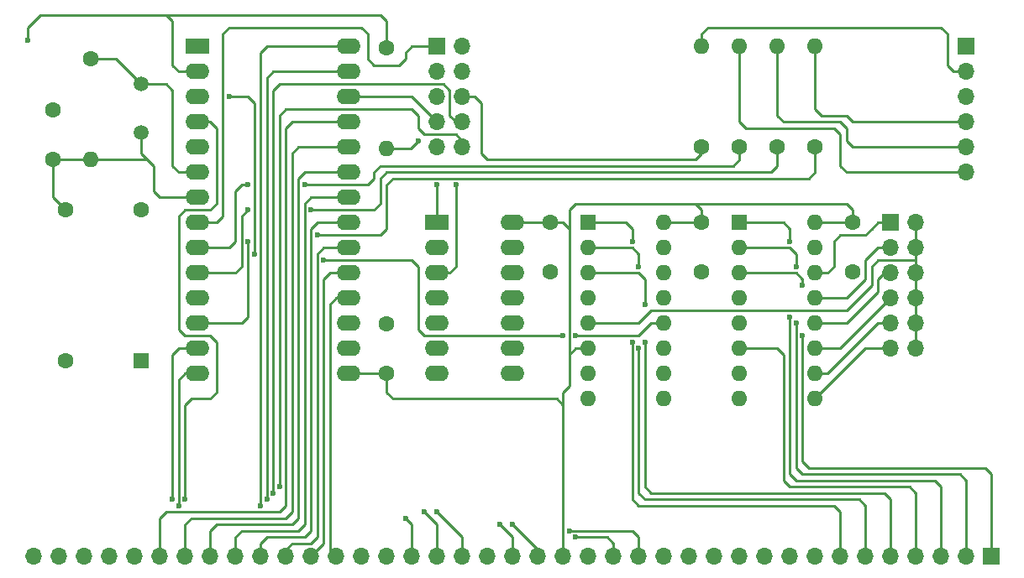
<source format=gtl>
G04 #@! TF.FileFunction,Copper,L1,Top,Signal*
%FSLAX46Y46*%
G04 Gerber Fmt 4.6, Leading zero omitted, Abs format (unit mm)*
G04 Created by KiCad (PCBNEW 4.0.7) date 01/25/20 12:18:51*
%MOMM*%
%LPD*%
G01*
G04 APERTURE LIST*
%ADD10C,0.100000*%
%ADD11C,1.600000*%
%ADD12R,1.700000X1.700000*%
%ADD13O,1.700000X1.700000*%
%ADD14R,1.600000X1.600000*%
%ADD15O,1.600000X1.600000*%
%ADD16R,2.400000X1.600000*%
%ADD17O,2.400000X1.600000*%
%ADD18C,1.500000*%
%ADD19C,0.600000*%
%ADD20C,0.250000*%
G04 APERTURE END LIST*
D10*
D11*
X98425000Y-107315000D03*
X98425000Y-102315000D03*
D12*
X193040000Y-147320000D03*
D13*
X190500000Y-147320000D03*
X187960000Y-147320000D03*
X185420000Y-147320000D03*
X182880000Y-147320000D03*
X180340000Y-147320000D03*
X177800000Y-147320000D03*
X175260000Y-147320000D03*
X172720000Y-147320000D03*
X170180000Y-147320000D03*
X167640000Y-147320000D03*
X165100000Y-147320000D03*
X162560000Y-147320000D03*
X160020000Y-147320000D03*
X157480000Y-147320000D03*
X154940000Y-147320000D03*
X152400000Y-147320000D03*
X149860000Y-147320000D03*
X147320000Y-147320000D03*
X144780000Y-147320000D03*
X142240000Y-147320000D03*
X139700000Y-147320000D03*
X137160000Y-147320000D03*
X134620000Y-147320000D03*
X132080000Y-147320000D03*
X129540000Y-147320000D03*
X127000000Y-147320000D03*
X124460000Y-147320000D03*
X121920000Y-147320000D03*
X119380000Y-147320000D03*
X116840000Y-147320000D03*
X114300000Y-147320000D03*
X111760000Y-147320000D03*
X109220000Y-147320000D03*
X106680000Y-147320000D03*
X104140000Y-147320000D03*
X101600000Y-147320000D03*
X99060000Y-147320000D03*
X96520000Y-147320000D03*
D14*
X167640000Y-113665000D03*
D15*
X175260000Y-131445000D03*
X167640000Y-116205000D03*
X175260000Y-128905000D03*
X167640000Y-118745000D03*
X175260000Y-126365000D03*
X167640000Y-121285000D03*
X175260000Y-123825000D03*
X167640000Y-123825000D03*
X175260000Y-121285000D03*
X167640000Y-126365000D03*
X175260000Y-118745000D03*
X167640000Y-128905000D03*
X175260000Y-116205000D03*
X167640000Y-131445000D03*
X175260000Y-113665000D03*
D14*
X152400000Y-113665000D03*
D15*
X160020000Y-131445000D03*
X152400000Y-116205000D03*
X160020000Y-128905000D03*
X152400000Y-118745000D03*
X160020000Y-126365000D03*
X152400000Y-121285000D03*
X160020000Y-123825000D03*
X152400000Y-123825000D03*
X160020000Y-121285000D03*
X152400000Y-126365000D03*
X160020000Y-118745000D03*
X152400000Y-128905000D03*
X160020000Y-116205000D03*
X152400000Y-131445000D03*
X160020000Y-113665000D03*
D12*
X182880000Y-113665000D03*
D13*
X185420000Y-113665000D03*
X182880000Y-116205000D03*
X185420000Y-116205000D03*
X182880000Y-118745000D03*
X185420000Y-118745000D03*
X182880000Y-121285000D03*
X185420000Y-121285000D03*
X182880000Y-123825000D03*
X185420000Y-123825000D03*
X182880000Y-126365000D03*
X185420000Y-126365000D03*
D11*
X132080000Y-128905000D03*
X132080000Y-123905000D03*
X179070000Y-113665000D03*
X179070000Y-118665000D03*
X148590000Y-113665000D03*
X148590000Y-118665000D03*
X163830000Y-113665000D03*
X163830000Y-118665000D03*
D14*
X107315000Y-127635000D03*
D11*
X99695000Y-127635000D03*
X99695000Y-112395000D03*
X107315000Y-112395000D03*
D12*
X137160000Y-95885000D03*
D13*
X139700000Y-95885000D03*
X137160000Y-98425000D03*
X139700000Y-98425000D03*
X137160000Y-100965000D03*
X139700000Y-100965000D03*
X137160000Y-103505000D03*
X139700000Y-103505000D03*
X137160000Y-106045000D03*
X139700000Y-106045000D03*
D12*
X190500000Y-95885000D03*
D13*
X190500000Y-98425000D03*
X190500000Y-100965000D03*
X190500000Y-103505000D03*
X190500000Y-106045000D03*
X190500000Y-108585000D03*
D11*
X132080000Y-96012000D03*
D15*
X132080000Y-106172000D03*
D11*
X102235000Y-97155000D03*
D15*
X102235000Y-107315000D03*
D11*
X167640000Y-106045000D03*
D15*
X167640000Y-95885000D03*
D11*
X171450000Y-106045000D03*
D15*
X171450000Y-95885000D03*
D11*
X175260000Y-106045000D03*
D15*
X175260000Y-95885000D03*
D11*
X163830000Y-106045000D03*
D15*
X163830000Y-95885000D03*
D16*
X113030000Y-95885000D03*
D17*
X128270000Y-128905000D03*
X113030000Y-98425000D03*
X128270000Y-126365000D03*
X113030000Y-100965000D03*
X128270000Y-123825000D03*
X113030000Y-103505000D03*
X128270000Y-121285000D03*
X113030000Y-106045000D03*
X128270000Y-118745000D03*
X113030000Y-108585000D03*
X128270000Y-116205000D03*
X113030000Y-111125000D03*
X128270000Y-113665000D03*
X113030000Y-113665000D03*
X128270000Y-111125000D03*
X113030000Y-116205000D03*
X128270000Y-108585000D03*
X113030000Y-118745000D03*
X128270000Y-106045000D03*
X113030000Y-121285000D03*
X128270000Y-103505000D03*
X113030000Y-123825000D03*
X128270000Y-100965000D03*
X113030000Y-126365000D03*
X128270000Y-98425000D03*
X113030000Y-128905000D03*
X128270000Y-95885000D03*
D16*
X137160000Y-113665000D03*
D17*
X144780000Y-128905000D03*
X137160000Y-116205000D03*
X144780000Y-126365000D03*
X137160000Y-118745000D03*
X144780000Y-123825000D03*
X137160000Y-121285000D03*
X144780000Y-121285000D03*
X137160000Y-123825000D03*
X144780000Y-118745000D03*
X137160000Y-126365000D03*
X144780000Y-116205000D03*
X137160000Y-128905000D03*
X144780000Y-113665000D03*
D18*
X107315000Y-99695000D03*
X107315000Y-104575000D03*
D19*
X95885000Y-95250000D03*
X173990000Y-120015000D03*
X173990000Y-125095000D03*
X173355000Y-118110000D03*
X173355000Y-123825000D03*
X172720000Y-123190000D03*
X172720000Y-115570000D03*
X158115000Y-121920000D03*
X158115000Y-125730000D03*
X157480000Y-118110000D03*
X157480000Y-126365000D03*
X156845000Y-115570000D03*
X156845000Y-125730000D03*
X150495000Y-144780000D03*
X111125000Y-142240000D03*
X151130000Y-145415000D03*
X110490000Y-141605000D03*
X144780000Y-144145000D03*
X120015000Y-141605000D03*
X119380000Y-142240000D03*
X133985000Y-143510000D03*
X135255000Y-105410000D03*
X118745000Y-116840000D03*
X125730000Y-117475000D03*
X151130000Y-125095000D03*
X149860000Y-125095000D03*
X116205000Y-100965000D03*
X143510000Y-144145000D03*
X111760000Y-141605000D03*
X137160000Y-142875000D03*
X121285000Y-140335000D03*
X135890000Y-142875000D03*
X120650000Y-140970000D03*
X139065000Y-109855000D03*
X137160000Y-109855000D03*
X123825000Y-109855000D03*
X118110000Y-109855000D03*
X124460000Y-112395000D03*
X118110000Y-112395000D03*
X118110000Y-115570000D03*
X125095000Y-114935000D03*
D20*
X149860000Y-147320000D02*
X149860000Y-142875000D01*
X149860000Y-142875000D02*
X149860000Y-132080000D01*
X97155000Y-92710000D02*
X95885000Y-93980000D01*
X95885000Y-93980000D02*
X95885000Y-95250000D01*
X109855000Y-92710000D02*
X110490000Y-92710000D01*
X110490000Y-93345000D02*
X109855000Y-92710000D01*
X109855000Y-92710000D02*
X97155000Y-92710000D01*
X132080000Y-93345000D02*
X131445000Y-92710000D01*
X132080000Y-96012000D02*
X132080000Y-93345000D01*
X131445000Y-92710000D02*
X110490000Y-92710000D01*
X148590000Y-113665000D02*
X149860000Y-113665000D01*
X149860000Y-113665000D02*
X150495000Y-114300000D01*
X150495000Y-127000000D02*
X150495000Y-114300000D01*
X150495000Y-114300000D02*
X150495000Y-112395000D01*
X151130000Y-111760000D02*
X163195000Y-111760000D01*
X150495000Y-112395000D02*
X151130000Y-111760000D01*
X149860000Y-130810000D02*
X150495000Y-130175000D01*
X149860000Y-132080000D02*
X149860000Y-130810000D01*
X150495000Y-130175000D02*
X150495000Y-127000000D01*
X150495000Y-127000000D02*
X151130000Y-126365000D01*
X148590000Y-113665000D02*
X149225000Y-113665000D01*
X163830000Y-112395000D02*
X163195000Y-111760000D01*
X163830000Y-113665000D02*
X163830000Y-112395000D01*
X178435000Y-111760000D02*
X179070000Y-112395000D01*
X179070000Y-113665000D02*
X179070000Y-112395000D01*
X163830000Y-111760000D02*
X164465000Y-111760000D01*
X164465000Y-111760000D02*
X178435000Y-111760000D01*
X163195000Y-111760000D02*
X163830000Y-111760000D01*
X111125000Y-98425000D02*
X110490000Y-97790000D01*
X110490000Y-97790000D02*
X110490000Y-93345000D01*
X111125000Y-98425000D02*
X113030000Y-98425000D01*
X149860000Y-132080000D02*
X149225000Y-131445000D01*
X149225000Y-131445000D02*
X132715000Y-131445000D01*
X132715000Y-131445000D02*
X132080000Y-130810000D01*
X132080000Y-130810000D02*
X132080000Y-128905000D01*
X151130000Y-126365000D02*
X152400000Y-126365000D01*
X128270000Y-128905000D02*
X132080000Y-128905000D01*
X148590000Y-113665000D02*
X144780000Y-113665000D01*
X175260000Y-113665000D02*
X179070000Y-113665000D01*
X160020000Y-113665000D02*
X163830000Y-113665000D01*
X193040000Y-139700000D02*
X193040000Y-139065000D01*
X174625000Y-138430000D02*
X173990000Y-137795000D01*
X192405000Y-138430000D02*
X174625000Y-138430000D01*
X193040000Y-139065000D02*
X192405000Y-138430000D01*
X173990000Y-125095000D02*
X173990000Y-137795000D01*
X172720000Y-118745000D02*
X173355000Y-118745000D01*
X173990000Y-119380000D02*
X173990000Y-120015000D01*
X173355000Y-118745000D02*
X173990000Y-119380000D01*
X167640000Y-118745000D02*
X172720000Y-118745000D01*
X193040000Y-139700000D02*
X193040000Y-147320000D01*
X173355000Y-138430000D02*
X173990000Y-139065000D01*
X190500000Y-139700000D02*
X190500000Y-140335000D01*
X189865000Y-139065000D02*
X190500000Y-139700000D01*
X173990000Y-139065000D02*
X189865000Y-139065000D01*
X173355000Y-123825000D02*
X173355000Y-138430000D01*
X172720000Y-116205000D02*
X173355000Y-116840000D01*
X173355000Y-116840000D02*
X173355000Y-118110000D01*
X167640000Y-116205000D02*
X172720000Y-116205000D01*
X190500000Y-140335000D02*
X190500000Y-147320000D01*
X187960000Y-140970000D02*
X187960000Y-140335000D01*
X173355000Y-139700000D02*
X172720000Y-139065000D01*
X187325000Y-139700000D02*
X173355000Y-139700000D01*
X187960000Y-140335000D02*
X187325000Y-139700000D01*
X172720000Y-123190000D02*
X172720000Y-139065000D01*
X172085000Y-113665000D02*
X172720000Y-114300000D01*
X172720000Y-114300000D02*
X172720000Y-115570000D01*
X167640000Y-113665000D02*
X172085000Y-113665000D01*
X187960000Y-140970000D02*
X187960000Y-147320000D01*
X172085000Y-139700000D02*
X172720000Y-140335000D01*
X185420000Y-140970000D02*
X185420000Y-141605000D01*
X184785000Y-140335000D02*
X185420000Y-140970000D01*
X172720000Y-140335000D02*
X184785000Y-140335000D01*
X167640000Y-126365000D02*
X171450000Y-126365000D01*
X185420000Y-141605000D02*
X185420000Y-147320000D01*
X172085000Y-127000000D02*
X172085000Y-139700000D01*
X171450000Y-126365000D02*
X172085000Y-127000000D01*
X182880000Y-142240000D02*
X182880000Y-141605000D01*
X158750000Y-140970000D02*
X158115000Y-140335000D01*
X182245000Y-140970000D02*
X158750000Y-140970000D01*
X182880000Y-141605000D02*
X182245000Y-140970000D01*
X182880000Y-147320000D02*
X182880000Y-142240000D01*
X157480000Y-118745000D02*
X152400000Y-118745000D01*
X158115000Y-119380000D02*
X158115000Y-121920000D01*
X157480000Y-118745000D02*
X158115000Y-119380000D01*
X158115000Y-140335000D02*
X158115000Y-125730000D01*
X157480000Y-140970000D02*
X158115000Y-141605000D01*
X180340000Y-142240000D02*
X180340000Y-147320000D01*
X179705000Y-141605000D02*
X180340000Y-142240000D01*
X158115000Y-141605000D02*
X179705000Y-141605000D01*
X157480000Y-126365000D02*
X157480000Y-140970000D01*
X152400000Y-116205000D02*
X156845000Y-116205000D01*
X157480000Y-116840000D02*
X157480000Y-118110000D01*
X156845000Y-116205000D02*
X157480000Y-116840000D01*
X156845000Y-125730000D02*
X156845000Y-141605000D01*
X152400000Y-113665000D02*
X156210000Y-113665000D01*
X156845000Y-114300000D02*
X156845000Y-115570000D01*
X156210000Y-113665000D02*
X156845000Y-114300000D01*
X177800000Y-142875000D02*
X177800000Y-147320000D01*
X177165000Y-142240000D02*
X177800000Y-142875000D01*
X157480000Y-142240000D02*
X177165000Y-142240000D01*
X156845000Y-141605000D02*
X157480000Y-142240000D01*
X150495000Y-144780000D02*
X156845000Y-144780000D01*
X111760000Y-128905000D02*
X111125000Y-129540000D01*
X111125000Y-129540000D02*
X111125000Y-142240000D01*
X157480000Y-147320000D02*
X157480000Y-145415000D01*
X157480000Y-145415000D02*
X156845000Y-144780000D01*
X111760000Y-128905000D02*
X113030000Y-128905000D01*
X154940000Y-147320000D02*
X154940000Y-146050000D01*
X154305000Y-145415000D02*
X151130000Y-145415000D01*
X154940000Y-146050000D02*
X154305000Y-145415000D01*
X111125000Y-126365000D02*
X113030000Y-126365000D01*
X110490000Y-127000000D02*
X111125000Y-126365000D01*
X110490000Y-141605000D02*
X110490000Y-127000000D01*
X144780000Y-144145000D02*
X147320000Y-146685000D01*
X147320000Y-146685000D02*
X147320000Y-147320000D01*
X120650000Y-98425000D02*
X128270000Y-98425000D01*
X120015000Y-99060000D02*
X120650000Y-98425000D01*
X120015000Y-141605000D02*
X120015000Y-99060000D01*
X134620000Y-147320000D02*
X134620000Y-144145000D01*
X120015000Y-95885000D02*
X128270000Y-95885000D01*
X119380000Y-96520000D02*
X120015000Y-95885000D01*
X119380000Y-115570000D02*
X119380000Y-96520000D01*
X119380000Y-142240000D02*
X119380000Y-115570000D01*
X134620000Y-144145000D02*
X133985000Y-143510000D01*
X126365000Y-131445000D02*
X126365000Y-146685000D01*
X126365000Y-146685000D02*
X127000000Y-147320000D01*
X127000000Y-121285000D02*
X128270000Y-121285000D01*
X126365000Y-121920000D02*
X127000000Y-121285000D01*
X126365000Y-131445000D02*
X126365000Y-121920000D01*
X128270000Y-118745000D02*
X126365000Y-118745000D01*
X125730000Y-146050000D02*
X124460000Y-147320000D01*
X125730000Y-119380000D02*
X125730000Y-146050000D01*
X126365000Y-118745000D02*
X125730000Y-119380000D01*
X123190000Y-146050000D02*
X122555000Y-146050000D01*
X122555000Y-146050000D02*
X121920000Y-146685000D01*
X121920000Y-146685000D02*
X121920000Y-147320000D01*
X125095000Y-144145000D02*
X125095000Y-145415000D01*
X124460000Y-146050000D02*
X123190000Y-146050000D01*
X125095000Y-145415000D02*
X124460000Y-146050000D01*
X128270000Y-116205000D02*
X125730000Y-116205000D01*
X125095000Y-116840000D02*
X125095000Y-144145000D01*
X125730000Y-116205000D02*
X125095000Y-116840000D01*
X121285000Y-145415000D02*
X120015000Y-145415000D01*
X119380000Y-146050000D02*
X119380000Y-147320000D01*
X120015000Y-145415000D02*
X119380000Y-146050000D01*
X124460000Y-142240000D02*
X124460000Y-144780000D01*
X123825000Y-145415000D02*
X121285000Y-145415000D01*
X124460000Y-144780000D02*
X123825000Y-145415000D01*
X128270000Y-113665000D02*
X125095000Y-113665000D01*
X124460000Y-114300000D02*
X124460000Y-142240000D01*
X125095000Y-113665000D02*
X124460000Y-114300000D01*
X119380000Y-144780000D02*
X117475000Y-144780000D01*
X116840000Y-145415000D02*
X116840000Y-147320000D01*
X117475000Y-144780000D02*
X116840000Y-145415000D01*
X123825000Y-140335000D02*
X123825000Y-144145000D01*
X123190000Y-144780000D02*
X119380000Y-144780000D01*
X123825000Y-144145000D02*
X123190000Y-144780000D01*
X128270000Y-111125000D02*
X124460000Y-111125000D01*
X123825000Y-111760000D02*
X123825000Y-140335000D01*
X124460000Y-111125000D02*
X123825000Y-111760000D01*
X117475000Y-144145000D02*
X114935000Y-144145000D01*
X114300000Y-144780000D02*
X114300000Y-147320000D01*
X114935000Y-144145000D02*
X114300000Y-144780000D01*
X123190000Y-138430000D02*
X123190000Y-143510000D01*
X122555000Y-144145000D02*
X117475000Y-144145000D01*
X123190000Y-143510000D02*
X122555000Y-144145000D01*
X128270000Y-108585000D02*
X123825000Y-108585000D01*
X123190000Y-109220000D02*
X123190000Y-138430000D01*
X123825000Y-108585000D02*
X123190000Y-109220000D01*
X115570000Y-143510000D02*
X112395000Y-143510000D01*
X111760000Y-144145000D02*
X111760000Y-147320000D01*
X112395000Y-143510000D02*
X111760000Y-144145000D01*
X122555000Y-136525000D02*
X122555000Y-142875000D01*
X121920000Y-143510000D02*
X115570000Y-143510000D01*
X122555000Y-142875000D02*
X121920000Y-143510000D01*
X128270000Y-106045000D02*
X123190000Y-106045000D01*
X122555000Y-106680000D02*
X122555000Y-136525000D01*
X123190000Y-106045000D02*
X122555000Y-106680000D01*
X113665000Y-142875000D02*
X109855000Y-142875000D01*
X109220000Y-143510000D02*
X109220000Y-147320000D01*
X109855000Y-142875000D02*
X109220000Y-143510000D01*
X121920000Y-134620000D02*
X121920000Y-142240000D01*
X121285000Y-142875000D02*
X113665000Y-142875000D01*
X121920000Y-142240000D02*
X121285000Y-142875000D01*
X128270000Y-103505000D02*
X122555000Y-103505000D01*
X121920000Y-104140000D02*
X121920000Y-134620000D01*
X122555000Y-103505000D02*
X121920000Y-104140000D01*
X179705000Y-121285000D02*
X178435000Y-122555000D01*
X178435000Y-122555000D02*
X177800000Y-122555000D01*
X180975000Y-118745000D02*
X180975000Y-118110000D01*
X179705000Y-121285000D02*
X180975000Y-120015000D01*
X180975000Y-120015000D02*
X180975000Y-118745000D01*
X158750000Y-122555000D02*
X177165000Y-122555000D01*
X157480000Y-123825000D02*
X158750000Y-122555000D01*
X152400000Y-123825000D02*
X157480000Y-123825000D01*
X177165000Y-122555000D02*
X177800000Y-122555000D01*
X181610000Y-117475000D02*
X185420000Y-117475000D01*
X180975000Y-118110000D02*
X181610000Y-117475000D01*
X185420000Y-123825000D02*
X185420000Y-126365000D01*
X185420000Y-121285000D02*
X185420000Y-123825000D01*
X185420000Y-118745000D02*
X185420000Y-120015000D01*
X185420000Y-120015000D02*
X185420000Y-121285000D01*
X185420000Y-116205000D02*
X185420000Y-117475000D01*
X185420000Y-117475000D02*
X185420000Y-118745000D01*
X185420000Y-113665000D02*
X185420000Y-116205000D01*
X131445000Y-97790000D02*
X130810000Y-97790000D01*
X130175000Y-94615000D02*
X129540000Y-93980000D01*
X130175000Y-97155000D02*
X130175000Y-94615000D01*
X130810000Y-97790000D02*
X130175000Y-97155000D01*
X113030000Y-113665000D02*
X114935000Y-113665000D01*
X116205000Y-93980000D02*
X129540000Y-93980000D01*
X115570000Y-94615000D02*
X116205000Y-93980000D01*
X115570000Y-113030000D02*
X115570000Y-94615000D01*
X114935000Y-113665000D02*
X115570000Y-113030000D01*
X134620000Y-95885000D02*
X137160000Y-95885000D01*
X133985000Y-96520000D02*
X134620000Y-95885000D01*
X133985000Y-97155000D02*
X133985000Y-96520000D01*
X133350000Y-97790000D02*
X133985000Y-97155000D01*
X131445000Y-97790000D02*
X133350000Y-97790000D01*
X132080000Y-106172000D02*
X134493000Y-106172000D01*
X134493000Y-106172000D02*
X135255000Y-105410000D01*
X177165000Y-116205000D02*
X177165000Y-115570000D01*
X177800000Y-114935000D02*
X180340000Y-114935000D01*
X177165000Y-115570000D02*
X177800000Y-114935000D01*
X177165000Y-116205000D02*
X177165000Y-118110000D01*
X180340000Y-114935000D02*
X180975000Y-114300000D01*
X175260000Y-118745000D02*
X176530000Y-118745000D01*
X181610000Y-113665000D02*
X182880000Y-113665000D01*
X180975000Y-114300000D02*
X181610000Y-113665000D01*
X176530000Y-118745000D02*
X177165000Y-118110000D01*
X179705000Y-120015000D02*
X178435000Y-121285000D01*
X178435000Y-121285000D02*
X177800000Y-121285000D01*
X180340000Y-118110000D02*
X180340000Y-117475000D01*
X181610000Y-116205000D02*
X182880000Y-116205000D01*
X180340000Y-117475000D02*
X181610000Y-116205000D01*
X179705000Y-120015000D02*
X180340000Y-119380000D01*
X180340000Y-119380000D02*
X180340000Y-118110000D01*
X175260000Y-121285000D02*
X177800000Y-121285000D01*
X182245000Y-116205000D02*
X182880000Y-116205000D01*
X179070000Y-123190000D02*
X180340000Y-121920000D01*
X181610000Y-120015000D02*
X181610000Y-120650000D01*
X181610000Y-120650000D02*
X180340000Y-121920000D01*
X175260000Y-123825000D02*
X178435000Y-123825000D01*
X178435000Y-123825000D02*
X179070000Y-123190000D01*
X181610000Y-119380000D02*
X182245000Y-118745000D01*
X181610000Y-120015000D02*
X181610000Y-119380000D01*
X182245000Y-118745000D02*
X182880000Y-118745000D01*
X177165000Y-126365000D02*
X177800000Y-126365000D01*
X177800000Y-126365000D02*
X182880000Y-121285000D01*
X175260000Y-126365000D02*
X177165000Y-126365000D01*
X175260000Y-128905000D02*
X176530000Y-128905000D01*
X176530000Y-128905000D02*
X181610000Y-123825000D01*
X175260000Y-128905000D02*
X175895000Y-128905000D01*
X181610000Y-123825000D02*
X182880000Y-123825000D01*
X181610000Y-126365000D02*
X180340000Y-126365000D01*
X180340000Y-126365000D02*
X175260000Y-131445000D01*
X182880000Y-126365000D02*
X181610000Y-126365000D01*
X118745000Y-107315000D02*
X118745000Y-101600000D01*
X118745000Y-116840000D02*
X118745000Y-107315000D01*
X135255000Y-123190000D02*
X135255000Y-118110000D01*
X134620000Y-117475000D02*
X125730000Y-117475000D01*
X135255000Y-118110000D02*
X134620000Y-117475000D01*
X149860000Y-125095000D02*
X135890000Y-125095000D01*
X158750000Y-123825000D02*
X157480000Y-125095000D01*
X157480000Y-125095000D02*
X151130000Y-125095000D01*
X160020000Y-123825000D02*
X158750000Y-123825000D01*
X135255000Y-124460000D02*
X135255000Y-123190000D01*
X135890000Y-125095000D02*
X135255000Y-124460000D01*
X118110000Y-100965000D02*
X116205000Y-100965000D01*
X118745000Y-101600000D02*
X118110000Y-100965000D01*
X110490000Y-111125000D02*
X109220000Y-111125000D01*
X108585000Y-107950000D02*
X107950000Y-107315000D01*
X108585000Y-110490000D02*
X108585000Y-107950000D01*
X109220000Y-111125000D02*
X108585000Y-110490000D01*
X107315000Y-104575000D02*
X107315000Y-106680000D01*
X107315000Y-106680000D02*
X107950000Y-107315000D01*
X111125000Y-111125000D02*
X110490000Y-111125000D01*
X111125000Y-111125000D02*
X113030000Y-111125000D01*
X102235000Y-107315000D02*
X107950000Y-107315000D01*
X98425000Y-107315000D02*
X102235000Y-107315000D01*
X98425000Y-107315000D02*
X98425000Y-111125000D01*
X98425000Y-111125000D02*
X99695000Y-112395000D01*
X144780000Y-145415000D02*
X143510000Y-144145000D01*
X113030000Y-103505000D02*
X114300000Y-103505000D01*
X111760000Y-132080000D02*
X111760000Y-141605000D01*
X112395000Y-131445000D02*
X111760000Y-132080000D01*
X114300000Y-131445000D02*
X112395000Y-131445000D01*
X114935000Y-130810000D02*
X114300000Y-131445000D01*
X114935000Y-125730000D02*
X114935000Y-130810000D01*
X114300000Y-125095000D02*
X114935000Y-125730000D01*
X111760000Y-125095000D02*
X114300000Y-125095000D01*
X111125000Y-124460000D02*
X111760000Y-125095000D01*
X111125000Y-113030000D02*
X111125000Y-124460000D01*
X111760000Y-112395000D02*
X111125000Y-113030000D01*
X114300000Y-112395000D02*
X111760000Y-112395000D01*
X114935000Y-111760000D02*
X114300000Y-112395000D01*
X114935000Y-104140000D02*
X114935000Y-111760000D01*
X114300000Y-103505000D02*
X114935000Y-104140000D01*
X144780000Y-145415000D02*
X144780000Y-147320000D01*
X137160000Y-142875000D02*
X139700000Y-145415000D01*
X139065000Y-104775000D02*
X139700000Y-105410000D01*
X135890000Y-104775000D02*
X138430000Y-104775000D01*
X135255000Y-104140000D02*
X135890000Y-104775000D01*
X135255000Y-102870000D02*
X135255000Y-104140000D01*
X134620000Y-102235000D02*
X135255000Y-102870000D01*
X121920000Y-102235000D02*
X134620000Y-102235000D01*
X121285000Y-102870000D02*
X121920000Y-102235000D01*
X121285000Y-140335000D02*
X121285000Y-102870000D01*
X138430000Y-104775000D02*
X139065000Y-104775000D01*
X139700000Y-105410000D02*
X139700000Y-106045000D01*
X139700000Y-147320000D02*
X139700000Y-145415000D01*
X135890000Y-142875000D02*
X137160000Y-144145000D01*
X138430000Y-100330000D02*
X138430000Y-102870000D01*
X137795000Y-99695000D02*
X138430000Y-100330000D01*
X121285000Y-99695000D02*
X137795000Y-99695000D01*
X120650000Y-100330000D02*
X121285000Y-99695000D01*
X120650000Y-140970000D02*
X120650000Y-100330000D01*
X138430000Y-102870000D02*
X139065000Y-103505000D01*
X137160000Y-147320000D02*
X137160000Y-144145000D01*
X139065000Y-103505000D02*
X139700000Y-103505000D01*
X163830000Y-106045000D02*
X163830000Y-106680000D01*
X163830000Y-106680000D02*
X163195000Y-107315000D01*
X141605000Y-106680000D02*
X141605000Y-105410000D01*
X142240000Y-107315000D02*
X141605000Y-106680000D01*
X163195000Y-107315000D02*
X142240000Y-107315000D01*
X141605000Y-104775000D02*
X141605000Y-105410000D01*
X141605000Y-101600000D02*
X140970000Y-100965000D01*
X141605000Y-104775000D02*
X141605000Y-101600000D01*
X139700000Y-100965000D02*
X140970000Y-100965000D01*
X137160000Y-118745000D02*
X138430000Y-118745000D01*
X138430000Y-118745000D02*
X139065000Y-118110000D01*
X139065000Y-118110000D02*
X139065000Y-109855000D01*
X137160000Y-103505000D02*
X134620000Y-100965000D01*
X134620000Y-100965000D02*
X128270000Y-100965000D01*
X137160000Y-113665000D02*
X137160000Y-109855000D01*
X163830000Y-95885000D02*
X163830000Y-94615000D01*
X189230000Y-98425000D02*
X190500000Y-98425000D01*
X188595000Y-97790000D02*
X189230000Y-98425000D01*
X188595000Y-94615000D02*
X188595000Y-97790000D01*
X187960000Y-93980000D02*
X188595000Y-94615000D01*
X164465000Y-93980000D02*
X187960000Y-93980000D01*
X163830000Y-94615000D02*
X164465000Y-93980000D01*
X175260000Y-95885000D02*
X175260000Y-102235000D01*
X179070000Y-103505000D02*
X190500000Y-103505000D01*
X178435000Y-102870000D02*
X179070000Y-103505000D01*
X175895000Y-102870000D02*
X178435000Y-102870000D01*
X175260000Y-102235000D02*
X175895000Y-102870000D01*
X190500000Y-106045000D02*
X179070000Y-106045000D01*
X171450000Y-102870000D02*
X171450000Y-95885000D01*
X172085000Y-103505000D02*
X171450000Y-102870000D01*
X177800000Y-103505000D02*
X172085000Y-103505000D01*
X178435000Y-104140000D02*
X177800000Y-103505000D01*
X178435000Y-105410000D02*
X178435000Y-104140000D01*
X179070000Y-106045000D02*
X178435000Y-105410000D01*
X167640000Y-95885000D02*
X167640000Y-103505000D01*
X178435000Y-108585000D02*
X190500000Y-108585000D01*
X177800000Y-107950000D02*
X178435000Y-108585000D01*
X177800000Y-104775000D02*
X177800000Y-107950000D01*
X177165000Y-104140000D02*
X177800000Y-104775000D01*
X168275000Y-104140000D02*
X177165000Y-104140000D01*
X167640000Y-103505000D02*
X168275000Y-104140000D01*
X167640000Y-106045000D02*
X167640000Y-107315000D01*
X116205000Y-116205000D02*
X116840000Y-115570000D01*
X116840000Y-115570000D02*
X116840000Y-110490000D01*
X116840000Y-110490000D02*
X117475000Y-109855000D01*
X130810000Y-109220000D02*
X130175000Y-109855000D01*
X130175000Y-109855000D02*
X123825000Y-109855000D01*
X140335000Y-107950000D02*
X131445000Y-107950000D01*
X130810000Y-108585000D02*
X130810000Y-109220000D01*
X131445000Y-107950000D02*
X130810000Y-108585000D01*
X167005000Y-107950000D02*
X167640000Y-107315000D01*
X140335000Y-107950000D02*
X167005000Y-107950000D01*
X116205000Y-116205000D02*
X113030000Y-116205000D01*
X118110000Y-109855000D02*
X117475000Y-109855000D01*
X171450000Y-106045000D02*
X171450000Y-107950000D01*
X117475000Y-118110000D02*
X116840000Y-118745000D01*
X117475000Y-113030000D02*
X117475000Y-118110000D01*
X116840000Y-118745000D02*
X113030000Y-118745000D01*
X131445000Y-111760000D02*
X130810000Y-112395000D01*
X130810000Y-112395000D02*
X124460000Y-112395000D01*
X132080000Y-108585000D02*
X140970000Y-108585000D01*
X131445000Y-109220000D02*
X132080000Y-108585000D01*
X131445000Y-111760000D02*
X131445000Y-109220000D01*
X140970000Y-108585000D02*
X170815000Y-108585000D01*
X170815000Y-108585000D02*
X171450000Y-107950000D01*
X118110000Y-112395000D02*
X117475000Y-113030000D01*
X175260000Y-106045000D02*
X175260000Y-108585000D01*
X118110000Y-115570000D02*
X118110000Y-123190000D01*
X118110000Y-123190000D02*
X117475000Y-123825000D01*
X117475000Y-123825000D02*
X113030000Y-123825000D01*
X132080000Y-114300000D02*
X131445000Y-114935000D01*
X131445000Y-114935000D02*
X125095000Y-114935000D01*
X132715000Y-109220000D02*
X141605000Y-109220000D01*
X132080000Y-109855000D02*
X132715000Y-109220000D01*
X132080000Y-114300000D02*
X132080000Y-109855000D01*
X141605000Y-109220000D02*
X174625000Y-109220000D01*
X174625000Y-109220000D02*
X175260000Y-108585000D01*
X102235000Y-97155000D02*
X104775000Y-97155000D01*
X104775000Y-97155000D02*
X107315000Y-99695000D01*
X113030000Y-108585000D02*
X111125000Y-108585000D01*
X109855000Y-99695000D02*
X107315000Y-99695000D01*
X110490000Y-100330000D02*
X109855000Y-99695000D01*
X110490000Y-107950000D02*
X110490000Y-100330000D01*
X111125000Y-108585000D02*
X110490000Y-107950000D01*
M02*

</source>
